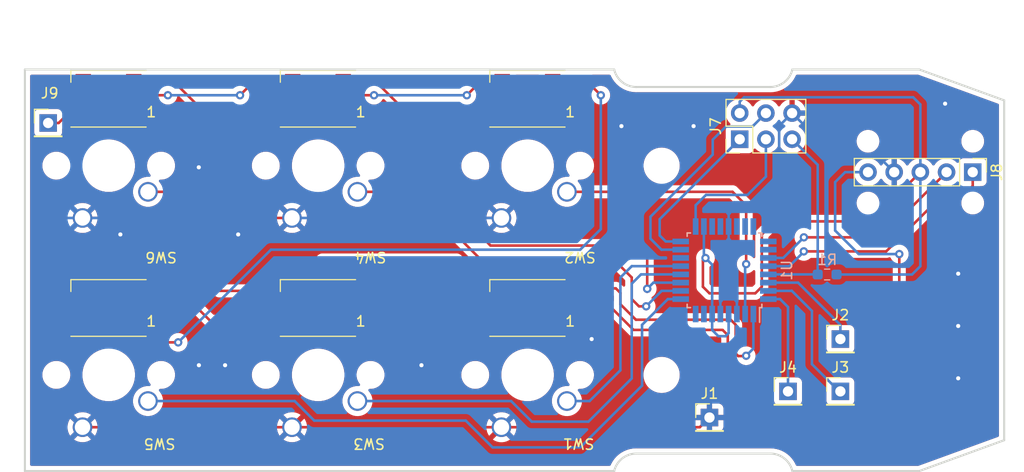
<source format=kicad_pcb>
(kicad_pcb (version 20211014) (generator pcbnew)
  (layers (0 "F.Cu" signal) (31 "B.Cu" signal) (34 "B.Paste" user) (35 "F.Paste" user) (36 "B.SilkS" user "B.Silkscreen") (37 "F.SilkS" user "F.Silkscreen") (38 "B.Mask" user) (39 "F.Mask" user) (44 "Edge.Cuts" user))
  (net 0 "")
  (net 1 "GND")
  (net 2 "Net-(J2-Pad1)")
  (net 3 "Net-(J3-Pad1)")
  (net 4 "Net-(J4-Pad1)")
  (net 5 "Net-(J7-Pad1)")
  (net 6 "+3.3V")
  (net 7 "Net-(J7-Pad3)")
  (net 8 "Net-(J7-Pad4)")
  (net 9 "/SCL")
  (net 10 "/SDA")
  (net 11 "Net-(J9-Pad1)")
  (net 12 "Net-(SW1-Pad1)")
  (net 13 "+5V")
  (net 14 "Net-(SW1-Pad4)")
  (net 15 "Net-(SW1-Pad6)")
  (net 16 "Net-(SW2-Pad1)")
  (net 17 "Net-(SW2-Pad4)")
  (net 18 "Net-(SW2-Pad6)")
  (net 19 "Net-(SW3-Pad1)")
  (net 20 "Net-(SW3-Pad4)")
  (net 21 "Net-(SW4-Pad1)")
  (net 22 "Net-(SW4-Pad4)")
  (net 23 "Net-(SW5-Pad1)")
  (net 24 "Net-(SW6-Pad1)")
  (net 35 "Net-(J7-Pad5)")
  (footprint "Connector_PinHeader_2.54mm:PinHeader_1x01_P2.54mm_Vertical" (layer "F.Cu") (at 137.16 111.76)
    (fp_text reference "J4" (at 0 -2.33) (layer "F.SilkS"))
    (fp_text value "Conn_01x01")
    (fp_line (start -1.33 1.27) (end 1.33 1.27) (layer "F.SilkS") (width 0.12))
    (fp_line (start 1.33 1.27) (end 1.33 1.33) (layer "F.SilkS") (width 0.12))
    (fp_line (start -1.33 1.27) (end -1.33 1.33) (layer "F.SilkS") (width 0.12))
    (fp_line (start -1.33 -1.33) (end 0 -1.33) (layer "F.SilkS") (width 0.12))
    (fp_line (start -1.33 0) (end -1.33 -1.33) (layer "F.SilkS") (width 0.12))
    (fp_line (start -1.33 1.33) (end 1.33 1.33) (layer "F.SilkS") (width 0.12))
    (pad "1" thru_hole rect (at 0 0) (size 1.7 1.7) (drill 1) (layers *.Cu *.Mask) (net 4 "Net-(J4-Pad1)"))
  )
  (footprint "yishii:CherryMX_1Pole_wLED_WS2812B" (layer "F.Cu") (at 71.26 89.84 180)
    (fp_text reference "SW6" (at -5.08 -8.89 180 unlocked) (layer "F.SilkS"))
    (fp_text value "CherryMX_1Pole_wLED")
    (fp_text user "1" (at -4.129927 5.204592) (layer "F.SilkS"))
    (fp_line (start 3.670073 9.25) (end 3.670073 8.1) (layer "F.SilkS") (width 0.12))
    (fp_line (start -3.629927 3.75) (end 3.670073 3.75) (layer "F.SilkS") (width 0.12))
    (fp_line (start -3.629927 9.25) (end 3.670073 9.25) (layer "F.SilkS") (width 0.12))
    (pad "" np_thru_hole circle (at -5.08 0 180) (size 1.7018 1.7018) (drill 1.7018) (layers F&B.Cu *.Mask))
    (pad "" np_thru_hole circle (at 5.08 0 180) (size 1.7018 1.7018) (drill 1.7018) (layers F&B.Cu *.Mask))
    (pad "" np_thru_hole circle (at 0 0 180) (size 4.0894 4.0894) (drill 4.0894) (layers F&B.Cu *.Mask))
    (pad "1" thru_hole circle (at -3.81 -2.54 180) (size 1.9 1.9) (drill 1.4986) (layers *.Cu *.Mask) (net 24 "Net-(SW6-Pad1)"))
    (pad "2" thru_hole circle (at 2.54 -5.08 180) (size 1.9 1.9) (drill 1.4986) (layers *.Cu *.Mask) (net 1 "GND"))
    (pad "3" smd rect (at 2.470073 8.404592 180) (size 1.5 1) (layers "F.Cu" "F.Paste" "F.Mask") (net 13 "+5V"))
    (pad "4" smd rect (at 2.470073 5.204592 180) (size 1.5 1) (layers "F.Cu" "F.Paste" "F.Mask") (net 11 "Net-(J9-Pad1)"))
    (pad "5" smd rect (at -2.429927 5.204592 180) (size 1.5 1) (layers "F.Cu" "F.Paste" "F.Mask") (net 1 "GND"))
    (pad "6" smd rect (at -2.429927 8.404592 180) (size 1.5 1) (layers "F.Cu" "F.Paste" "F.Mask") (net 22 "Net-(SW4-Pad4)"))
  )
  (footprint "yishii:CherryMX_1Pole_wLED_WS2812B" (layer "F.Cu") (at 111.9 110.16 180)
    (fp_text reference "SW1" (at -4.94 -6.68 180 unlocked) (layer "F.SilkS"))
    (fp_text value "CherryMX_1Pole_wLED")
    (fp_text user "1" (at -4.129927 5.204592) (layer "F.SilkS"))
    (fp_line (start -3.629927 3.75) (end 3.670073 3.75) (layer "F.SilkS") (width 0.12))
    (fp_line (start -3.629927 9.25) (end 3.670073 9.25) (layer "F.SilkS") (width 0.12))
    (fp_line (start 3.670073 9.25) (end 3.670073 8.1) (layer "F.SilkS") (width 0.12))
    (pad "" np_thru_hole circle (at 5.08 0 180) (size 1.7018 1.7018) (drill 1.7018) (layers F&B.Cu *.Mask))
    (pad "" np_thru_hole circle (at -5.08 0 180) (size 1.7018 1.7018) (drill 1.7018) (layers F&B.Cu *.Mask))
    (pad "" np_thru_hole circle (at 0 0 180) (size 4.0894 4.0894) (drill 4.0894) (layers F&B.Cu *.Mask))
    (pad "1" thru_hole circle (at -3.81 -2.54 180) (size 1.9 1.9) (drill 1.4986) (layers *.Cu *.Mask) (net 12 "Net-(SW1-Pad1)"))
    (pad "2" thru_hole circle (at 2.54 -5.08 180) (size 1.9 1.9) (drill 1.4986) (layers *.Cu *.Mask) (net 1 "GND"))
    (pad "3" smd rect (at 2.470073 8.404592 180) (size 1.5 1) (layers "F.Cu" "F.Paste" "F.Mask") (net 13 "+5V"))
    (pad "4" smd rect (at 2.470073 5.204592 180) (size 1.5 1) (layers "F.Cu" "F.Paste" "F.Mask") (net 14 "Net-(SW1-Pad4)"))
    (pad "5" smd rect (at -2.429927 5.204592 180) (size 1.5 1) (layers "F.Cu" "F.Paste" "F.Mask") (net 1 "GND"))
    (pad "6" smd rect (at -2.429927 8.404592 180) (size 1.5 1) (layers "F.Cu" "F.Paste" "F.Mask") (net 15 "Net-(SW1-Pad6)"))
  )
  (footprint "yishii:CherryMX_1Pole_wLED_WS2812B" (layer "F.Cu") (at 111.9 89.84 180)
    (fp_text reference "SW2" (at -5.08 -8.89 180 unlocked) (layer "F.SilkS"))
    (fp_text value "CherryMX_1Pole_wLED")
    (fp_text user "1" (at -4.129927 5.204592) (layer "F.SilkS"))
    (fp_line (start -3.629927 3.75) (end 3.670073 3.75) (layer "F.SilkS") (width 0.12))
    (fp_line (start 3.670073 9.25) (end 3.670073 8.1) (layer "F.SilkS") (width 0.12))
    (fp_line (start -3.629927 9.25) (end 3.670073 9.25) (layer "F.SilkS") (width 0.12))
    (pad "" np_thru_hole circle (at 5.08 0 180) (size 1.7018 1.7018) (drill 1.7018) (layers F&B.Cu *.Mask))
    (pad "" np_thru_hole circle (at 0 0 180) (size 4.0894 4.0894) (drill 4.0894) (layers F&B.Cu *.Mask))
    (pad "" np_thru_hole circle (at -5.08 0 180) (size 1.7018 1.7018) (drill 1.7018) (layers F&B.Cu *.Mask))
    (pad "1" thru_hole circle (at -3.81 -2.54 180) (size 1.9 1.9) (drill 1.4986) (layers *.Cu *.Mask) (net 16 "Net-(SW2-Pad1)"))
    (pad "2" thru_hole circle (at 2.54 -5.08 180) (size 1.9 1.9) (drill 1.4986) (layers *.Cu *.Mask) (net 1 "GND"))
    (pad "3" smd rect (at 2.470073 8.404592 180) (size 1.5 1) (layers "F.Cu" "F.Paste" "F.Mask") (net 13 "+5V"))
    (pad "4" smd rect (at 2.470073 5.204592 180) (size 1.5 1) (layers "F.Cu" "F.Paste" "F.Mask") (net 17 "Net-(SW2-Pad4)"))
    (pad "5" smd rect (at -2.429927 5.204592 180) (size 1.5 1) (layers "F.Cu" "F.Paste" "F.Mask") (net 1 "GND"))
    (pad "6" smd rect (at -2.429927 8.404592 180) (size 1.5 1) (layers "F.Cu" "F.Paste" "F.Mask") (net 18 "Net-(SW2-Pad6)"))
  )
  (footprint "yishii:hole_1.2mm" (layer "F.Cu") (at 155.448 94.742)
    (fp_text reference "REF**" hide)
    (fp_text value "hole_1.2mm")
    (pad "" np_thru_hole circle (at -0.368 -1.272) (size 1.2 1.2) (drill 1.2) (layers F&B.Cu *.Mask))
  )
  (footprint "MountingHole:MountingHole_2.5mm" (layer "F.Cu") (at 124.9 89.84)
    (fp_text reference "REF**" hide)
    (fp_text value "MountingHole_2.5mm")
    (pad "" np_thru_hole circle (at 0 0) (size 2.5 2.5) (drill 2.5) (layers *.Cu *.Mask))
  )
  (footprint "Connector_PinHeader_2.54mm:PinHeader_1x01_P2.54mm_Vertical" (layer "F.Cu") (at 65.386957 85.695698)
    (fp_text reference "J9" (at 0.145043 -2.891698) (layer "F.SilkS"))
    (fp_text value "Conn_01x01")
    (fp_line (start -1.33 1.27) (end -1.33 1.33) (layer "F.SilkS") (width 0.12))
    (fp_line (start -1.33 1.33) (end 1.33 1.33) (layer "F.SilkS") (width 0.12))
    (fp_line (start -1.33 -1.33) (end 0 -1.33) (layer "F.SilkS") (width 0.12))
    (fp_line (start -1.33 1.27) (end 1.33 1.27) (layer "F.SilkS") (width 0.12))
    (fp_line (start -1.33 0) (end -1.33 -1.33) (layer "F.SilkS") (width 0.12))
    (fp_line (start 1.33 1.27) (end 1.33 1.33) (layer "F.SilkS") (width 0.12))
    (pad "1" thru_hole rect (at 0 0) (size 1.7 1.7) (drill 1) (layers *.Cu *.Mask) (net 11 "Net-(J9-Pad1)"))
  )
  (footprint "Connector_PinHeader_2.54mm:PinHeader_1x01_P2.54mm_Vertical" (layer "F.Cu") (at 129.54 114.3)
    (fp_text reference "J1" (at 0 -2.33) (layer "F.SilkS"))
    (fp_text value "Conn_01x01")
    (fp_line (start -1.33 1.33) (end 1.33 1.33) (layer "F.SilkS") (width 0.12))
    (fp_line (start 1.33 1.27) (end 1.33 1.33) (layer "F.SilkS") (width 0.12))
    (fp_line (start -1.33 -1.33) (end 0 -1.33) (layer "F.SilkS") (width 0.12))
    (fp_line (start -1.33 1.27) (end -1.33 1.33) (layer "F.SilkS") (width 0.12))
    (fp_line (start -1.33 0) (end -1.33 -1.33) (layer "F.SilkS") (width 0.12))
    (fp_line (start -1.33 1.27) (end 1.33 1.27) (layer "F.SilkS") (width 0.12))
    (pad "1" thru_hole rect (at 0 0) (size 1.7 1.7) (drill 1) (layers *.Cu *.Mask) (net 1 "GND"))
  )
  (footprint "MountingHole:MountingHole_2.5mm" (layer "F.Cu") (at 124.9 110.16)
    (fp_text reference "REF**" hide)
    (fp_text value "MountingHole_2.5mm")
    (pad "" np_thru_hole circle (at 0 0) (size 2.5 2.5) (drill 2.5) (layers *.Cu *.Mask))
  )
  (footprint "Connector_PinHeader_2.54mm:PinHeader_2x03_P2.54mm_Vertical" (layer "F.Cu") (at 132.475 87.275 90)
    (fp_text reference "J7" (at 1.27 -2.33 90) (layer "F.SilkS"))
    (fp_text value "Conn_02x03_Odd_Even")
    (fp_line (start -1.33 6.41) (end 3.87 6.41) (layer "F.SilkS") (width 0.12))
    (fp_line (start 1.27 1.27) (end 1.27 -1.33) (layer "F.SilkS") (width 0.12))
    (fp_line (start -1.33 0) (end -1.33 -1.33) (layer "F.SilkS") (width 0.12))
    (fp_line (start 3.87 -1.33) (end 3.87 6.41) (layer "F.SilkS") (width 0.12))
    (fp_line (start -1.33 1.27) (end -1.33 6.41) (layer "F.SilkS") (width 0.12))
    (fp_line (start 1.27 -1.33) (end 3.87 -1.33) (layer "F.SilkS") (width 0.12))
    (fp_line (start -1.33 -1.33) (end 0 -1.33) (layer "F.SilkS") (width 0.12))
    (fp_line (start -1.33 1.27) (end 1.27 1.27) (layer "F.SilkS") (width 0.12))
    (pad "1" thru_hole rect (at 0 0 90) (size 1.7 1.7) (drill 1) (layers *.Cu *.Mask) (net 5 "Net-(J7-Pad1)"))
    (pad "2" thru_hole oval (at 2.54 0 90) (size 1.7 1.7) (drill 1) (layers *.Cu *.Mask) (net 6 "+3.3V"))
    (pad "3" thru_hole oval (at 0 2.54 90) (size 1.7 1.7) (drill 1) (layers *.Cu *.Mask) (net 7 "Net-(J7-Pad3)"))
    (pad "4" thru_hole oval (at 2.54 2.54 90) (size 1.7 1.7) (drill 1) (layers *.Cu *.Mask) (net 8 "Net-(J7-Pad4)"))
    (pad "5" thru_hole oval (at 0 5.08 90) (size 1.7 1.7) (drill 1) (layers *.Cu *.Mask) (net 35 "Net-(J7-Pad5)"))
    (pad "6" thru_hole oval (at 2.54 5.08 90) (size 1.7 1.7) (drill 1) (layers *.Cu *.Mask) (net 1 "GND"))
  )
  (footprint "Connector_PinHeader_2.54mm:PinHeader_1x05_P2.54mm_Vertical" (layer "F.Cu") (at 155.08 90.47 -90)
    (fp_text reference "J8" (at 0 -2.33 90) (layer "F.SilkS"))
    (fp_text value "Conn_01x05")
    (fp_line (start -1.33 -1.33) (end 0 -1.33) (layer "F.SilkS") (width 0.12))
    (fp_line (start -1.33 0) (end -1.33 -1.33) (layer "F.SilkS") (width 0.12))
    (fp_line (start -1.33 1.27) (end -1.33 11.49) (layer "F.SilkS") (width 0.12))
    (fp_line (start -1.33 11.49) (end 1.33 11.49) (layer "F.SilkS") (width 0.12))
    (fp_line (start -1.33 1.27) (end 1.33 1.27) (layer "F.SilkS") (width 0.12))
    (fp_line (start 1.33 1.27) (end 1.33 11.49) (layer "F.SilkS") (width 0.12))
    (pad "1" thru_hole rect (at 0 0 270) (size 1.7 1.7) (drill 1) (layers *.Cu *.Mask) (net 9 "/SCL"))
    (pad "2" thru_hole oval (at 0 2.54 270) (size 1.7 1.7) (drill 1) (layers *.Cu *.Mask) (net 10 "/SDA"))
    (pad "3" thru_hole oval (at 0 5.08 270) (size 1.7 1.7) (drill 1) (layers *.Cu *.Mask) (net 6 "+3.3V"))
    (pad "4" thru_hole oval (at 0 7.62 270) (size 1.7 1.7) (drill 1) (layers *.Cu *.Mask) (net 1 "GND"))
    (pad "5" thru_hole oval (at 0 10.16 270) (size 1.7 1.7) (drill 1) (layers *.Cu *.Mask) (net 13 "+5V"))
  )
  (footprint "yishii:hole_1.2mm" (layer "F.Cu") (at 154.686 86.487)
    (fp_text reference "REF**" hide)
    (fp_text value "hole_1.2mm")
    (pad "" np_thru_hole circle (at 0.394 0.983) (size 1.2 1.2) (drill 1.2) (layers F&B.Cu *.Mask))
  )
  (footprint "yishii:CherryMX_1Pole_wLED_WS2812B" (layer "F.Cu") (at 91.58 89.84 180)
    (fp_text reference "SW4" (at -5.08 -8.89 180 unlocked) (layer "F.SilkS"))
    (fp_text value "CherryMX_1Pole_wLED")
    (fp_text user "1" (at -4.129927 5.204592) (layer "F.SilkS"))
    (fp_line (start -3.629927 3.75) (end 3.670073 3.75) (layer "F.SilkS") (width 0.12))
    (fp_line (start -3.629927 9.25) (end 3.670073 9.25) (layer "F.SilkS") (width 0.12))
    (fp_line (start 3.670073 9.25) (end 3.670073 8.1) (layer "F.SilkS") (width 0.12))
    (pad "" np_thru_hole circle (at -5.08 0 180) (size 1.7018 1.7018) (drill 1.7018) (layers F&B.Cu *.Mask))
    (pad "" np_thru_hole circle (at 0 0 180) (size 4.0894 4.0894) (drill 4.0894) (layers F&B.Cu *.Mask))
    (pad "" np_thru_hole circle (at 5.08 0 180) (size 1.7018 1.7018) (drill 1.7018) (layers F&B.Cu *.Mask))
    (pad "1" thru_hole circle (at -3.81 -2.54 180) (size 1.9 1.9) (drill 1.4986) (layers *.Cu *.Mask) (net 21 "Net-(SW4-Pad1)"))
    (pad "2" thru_hole circle (at 2.54 -5.08 180) (size 1.9 1.9) (drill 1.4986) (layers *.Cu *.Mask) (net 1 "GND"))
    (pad "3" smd rect (at 2.470073 8.404592 180) (size 1.5 1) (layers "F.Cu" "F.Paste" "F.Mask") (net 13 "+5V"))
    (pad "4" smd rect (at 2.470073 5.204592 180) (size 1.5 1) (layers "F.Cu" "F.Paste" "F.Mask") (net 22 "Net-(SW4-Pad4)"))
    (pad "5" smd rect (at -2.429927 5.204592 180) (size 1.5 1) (layers "F.Cu" "F.Paste" "F.Mask") (net 1 "GND"))
    (pad "6" smd rect (at -2.429927 8.404592 180) (size 1.5 1) (layers "F.Cu" "F.Paste" "F.Mask") (net 17 "Net-(SW2-Pad4)"))
  )
  (footprint "Connector_PinHeader_2.54mm:PinHeader_1x01_P2.54mm_Vertical" (layer "F.Cu") (at 142.24 111.76)
    (fp_text reference "J3" (at 0 -2.33) (layer "F.SilkS"))
    (fp_text value "Conn_01x01")
    (fp_line (start 1.33 1.27) (end 1.33 1.33) (layer "F.SilkS") (width 0.12))
    (fp_line (start -1.33 0) (end -1.33 -1.33) (layer "F.SilkS") (width 0.12))
    (fp_line (start -1.33 1.27) (end -1.33 1.33) (layer "F.SilkS") (width 0.12))
    (fp_line (start -1.33 -1.33) (end 0 -1.33) (layer "F.SilkS") (width 0.12))
    (fp_line (start -1.33 1.27) (end 1.33 1.27) (layer "F.SilkS") (width 0.12))
    (fp_line (start -1.33 1.33) (end 1.33 1.33) (layer "F.SilkS") (width 0.12))
    (pad "1" thru_hole rect (at 0 0) (size 1.7 1.7) (drill 1) (layers *.Cu *.Mask) (net 3 "Net-(J3-Pad1)"))
  )
  (footprint "yishii:hole_1.2mm" (layer "F.Cu") (at 145.542 86.36)
    (fp_text reference "REF**" hide)
    (fp_text value "hole_1.2mm")
    (pad "" np_thru_hole circle (at -0.622 1.11) (size 1.2 1.2) (drill 1.2) (layers F&B.Cu *.Mask))
  )
  (footprint "Connector_PinHeader_2.54mm:PinHeader_1x01_P2.54mm_Vertical" (layer "F.Cu") (at 142.24 106.68)
    (fp_text reference "J2" (at 0 -2.33) (layer "F.SilkS"))
    (fp_text value "Conn_01x01")
    (fp_line (start -1.33 1.27) (end -1.33 1.33) (layer "F.SilkS") (width 0.12))
    (fp_line (start -1.33 1.33) (end 1.33 1.33) (layer "F.SilkS") (width 0.12))
    (fp_line (start -1.33 0) (end -1.33 -1.33) (layer "F.SilkS") (width 0.12))
    (fp_line (start -1.33 1.27) (end 1.33 1.27) (layer "F.SilkS") (width 0.12))
    (fp_line (start 1.33 1.27) (end 1.33 1.33) (layer "F.SilkS") (width 0.12))
    (fp_line (start -1.33 -1.33) (end 0 -1.33) (layer "F.SilkS") (width 0.12))
    (pad "1" thru_hole rect (at 0 0) (size 1.7 1.7) (drill 1) (layers *.Cu *.Mask) (net 2 "Net-(J2-Pad1)"))
  )
  (footprint "yishii:CherryMX_1Pole_wLED_WS2812B" (layer "F.Cu") (at 71.26 110.16 180)
    (fp_text reference "SW5" (at -4.94 -6.68 180 unlocked) (layer "F.SilkS"))
    (fp_text value "CherryMX_1Pole_wLED")
    (fp_text user "1" (at -4.129927 5.204592) (layer "F.SilkS"))
    (fp_line (start -3.629927 9.25) (end 3.670073 9.25) (layer "F.SilkS") (width 0.12))
    (fp_line (start 3.670073 9.25) (end 3.670073 8.1) (layer "F.SilkS") (width 0.12))
    (fp_line (start -3.629927 3.75) (end 3.670073 3.75) (layer "F.SilkS") (width 0.12))
    (pad "" np_thru_hole circle (at 5.08 0 180) (size 1.7018 1.7018) (drill 1.7018) (layers F&B.Cu *.Mask))
    (pad "" np_thru_hole circle (at 0 0 180) (size 4.0894 4.0894) (drill 4.0894) (layers F&B.Cu *.Mask))
    (pad "" np_thru_hole circle (at -5.08 0 180) (size 1.7018 1.7018) (drill 1.7018) (layers F&B.Cu *.Mask))
    (pad "1" thru_hole circle (at -3.81 -2.54 180) (size 1.9 1.9) (drill 1.4986) (layers *.Cu *.Mask) (net 23 "Net-(SW5-Pad1)"))
    (pad "2" thru_hole circle (at 2.54 -5.08 180) (size 1.9 1.9) (drill 1.4986) (layers *.Cu *.Mask) (net 1 "GND"))
    (pad "3" smd rect (at 2.470073 8.404592 180) (size 1.5 1) (layers "F.Cu" "F.Paste" "F.Mask") (net 13 "+5V"))
    (pad "4" smd rect (at 2.470073 5.204592 180) (size 1.5 1) (layers "F.Cu" "F.Paste" "F.Mask") (net 18 "Net-(SW2-Pad6)"))
    (pad "5" smd rect (at -2.429927 5.204592 180) (size 1.5 1) (layers "F.Cu" "F.Paste" "F.Mask") (net 1 "GND"))
    (pad "6" smd rect (at -2.429927 8.404592 180) (size 1.5 1) (layers "F.Cu" "F.Paste" "F.Mask") (net 20 "Net-(SW3-Pad4)"))
  )
  (footprint "yishii:CherryMX_1Pole_wLED_WS2812B" (layer "F.Cu") (at 91.58 110.16 180)
    (fp_text reference "SW3" (at -4.94 -6.68 180 unlocked) (layer "F.SilkS"))
    (fp_text value "CherryMX_1Pole_wLED")
    (fp_text user "1" (at -4.129927 5.204592) (layer "F.SilkS"))
    (fp_line (start -3.629927 9.25) (end 3.670073 9.25) (layer "F.SilkS") (width 0.12))
    (fp_line (start 3.670073 9.25) (end 3.670073 8.1) (layer "F.SilkS") (width 0.12))
    (fp_line (start -3.629927 3.75) (end 3.670073 3.75) (layer "F.SilkS") (width 0.12))
    (pad "" np_thru_hole circle (at -5.08 0 180) (size 1.7018 1.7018) (drill 1.7018) (layers F&B.Cu *.Mask))
    (pad "" np_thru_hole circle (at 0 0 180) (size 4.0894 4.0894) (drill 4.0894) (layers F&B.Cu *.Mask))
    (pad "" np_thru_hole circle (at 5.08 0 180) (size 1.7018 1.7018) (drill 1.7018) (layers F&B.Cu *.Mask))
    (pad "1" thru_hole circle (at -3.81 -2.54 180) (size 1.9 1.9) (drill 1.4986) (layers *.Cu *.Mask) (net 19 "Net-(SW3-Pad1)"))
    (pad "2" thru_hole circle (at 2.54 -5.08 180) (size 1.9 1.9) (drill 1.4986) (layers *.Cu *.Mask) (net 1 "GND"))
    (pad "3" smd rect (at 2.470073 8.404592 180) (size 1.5 1) (layers "F.Cu" "F.Paste" "F.Mask") (net 13 "+5V"))
    (pad "4" smd rect (at 2.470073 5.204592 180) (size 1.5 1) (layers "F.Cu" "F.Paste" "F.Mask") (net 20 "Net-(SW3-Pad4)"))
    (pad "5" smd rect (at -2.429927 5.204592 180) (size 1.5 1) (layers "F.Cu" "F.Paste" "F.Mask") (net 1 "GND"))
    (pad "6" smd rect (at -2.429927 8.404592 180) (size 1.5 1) (layers "F.Cu" "F.Paste" "F.Mask") (net 14 "Net-(SW1-Pad4)"))
  )
  (footprint "yishii:hole_1.2mm" (layer "F.Cu") (at 144.272 93.853)
    (fp_text reference "REF**" hide)
    (fp_text value "hole_1.2mm")
    (pad "" np_thru_hole circle (at 0.648 -0.383) (size 1.2 1.2) (drill 1.2) (layers F&B.Cu *.Mask))
  )
  (footprint "Resistor_SMD:R_0603_1608Metric_Pad0.98x0.95mm_HandSolder" (layer "B.Cu") (at 140.954894 100.411122 180)
    (fp_text reference "R1" (at 0 1.43) (layer "B.SilkS") (effects (justify mirror)))
    (fp_text value "10k")
    (fp_line (start -0.254724 -0.5225) (end 0.254724 -0.5225) (layer "B.SilkS") (width 0.12))
    (fp_line (start -0.254724 0.5225) (end 0.254724 0.5225) (layer "B.SilkS") (width 0.12))
    (pad "1" smd roundrect (at -0.9125 0 180) (size 0.975 0.95) (layers "B.Cu" "B.Paste" "B.Mask") (net 6 "+3.3V"))
    (pad "2" smd roundrect (at 0.9125 0 180) (size 0.975 0.95) (layers "B.Cu" "B.Paste" "B.Mask") (net 35 "Net-(J7-Pad5)"))
  )
  (footprint "Package_QFP:TQFP-32_7x7mm_P0.8mm" (layer "B.Cu") (at 131 100 90)
    (fp_text reference "U1" (at 0 6.05 90) (layer "B.SilkS") (effects (justify mirror)))
    (fp_text value "ATmega328P-A")
    (fp_line (start 3.625 -3.625) (end 3.3 -3.625) (layer "B.SilkS") (width 0.15))
    (fp_line (start -3.625 -3.625) (end -3.625 -3.3) (layer "B.SilkS") (width 0.15))
    (fp_line (start -3.625 3.625) (end -3.3 3.625) (layer "B.SilkS") (width 0.15))
    (fp_line (start 3.625 -3.625) (end 3.625 -3.3) (layer "B.SilkS") (width 0.15))
    (fp_line (start 3.625 3.625) (end 3.625 3.3) (layer "B.SilkS") (width 0.15))
    (fp_line (start -3.625 3.4) (end -5.05 3.4) (layer "B.SilkS") (width 0.15))
    (fp_line (start -3.625 3.625) (end -3.625 3.4) (layer "B.SilkS") (width 0.15))
    (fp_line (start -3.625 -3.625) (end -3.3 -3.625) (layer "B.SilkS") (width 0.15))
    (fp_line (start 3.625 3.625) (end 3.3 3.625) (layer "B.SilkS") (width 0.15))
    (pad "1" smd rect (at -4.25 2.8 90) (size 1.6 0.55) (layers "B.Cu" "B.Paste" "B.Mask") (net 15 "Net-(SW1-Pad6)"))
    (pad "2" smd rect (at -4.25 2 90) (size 1.6 0.55) (layers "B.Cu" "B.Paste" "B.Mask") (net 16 "Net-(SW2-Pad1)"))
    (pad "3" smd rect (at -4.25 1.2 90) (size 1.6 0.55) (layers "B.Cu" "B.Paste" "B.Mask") (net 1 "GND"))
    (pad "4" smd rect (at -4.25 0.4 90) (size 1.6 0.55) (layers "B.Cu" "B.Paste" "B.Mask") (net 6 "+3.3V"))
    (pad "5" smd rect (at -4.25 -0.4 90) (size 1.6 0.55) (layers "B.Cu" "B.Paste" "B.Mask") (net 1 "GND"))
    (pad "6" smd rect (at -4.25 -1.2 90) (size 1.6 0.55) (layers "B.Cu" "B.Paste" "B.Mask") (net 6 "+3.3V"))
    (pad "7" smd rect (at -4.25 -2 90) (size 1.6 0.55) (layers "B.Cu" "B.Paste" "B.Mask"))
    (pad "8" smd rect (at -4.25 -2.8 90) (size 1.6 0.55) (layers "B.Cu" "B.Paste" "B.Mask"))
    (pad "9" smd rect (at -2.8 -4.25) (size 1.6 0.55) (layers "B.Cu" "B.Paste" "B.Mask") (net 23 "Net-(SW5-Pad1)"))
    (pad "10" smd rect (at -2 -4.25) (size 1.6 0.55) (layers "B.Cu" "B.Paste" "B.Mask") (net 24 "Net-(SW6-Pad1)"))
    (pad "11" smd rect (at -1.2 -4.25) (size 1.6 0.55) (layers "B.Cu" "B.Paste" "B.Mask") (net 21 "Net-(SW4-Pad1)"))
    (pad "12" smd rect (at -0.4 -4.25) (size 1.6 0.55) (layers "B.Cu" "B.Paste" "B.Mask") (net 19 "Net-(SW3-Pad1)"))
    (pad "13" smd rect (at 0.4 -4.25) (size 1.6 0.55) (layers "B.Cu" "B.Paste" "B.Mask") (net 12 "Net-(SW1-Pad1)"))
    (pad "14" smd rect (at 1.2 -4.25) (size 1.6 0.55) (layers "B.Cu" "B.Paste" "B.Mask"))
    (pad "15" smd rect (at 2 -4.25) (size 1.6 0.55) (layers "B.Cu" "B.Paste" "B.Mask") (net 8 "Net-(J7-Pad4)"))
    (pad "16" smd rect (at 2.8 -4.25) (size 1.6 0.55) (layers "B.Cu" "B.Paste" "B.Mask") (net 5 "Net-(J7-Pad1)"))
    (pad "17" smd rect (at 4.25 -2.8 90) (size 1.6 0.55) (layers "B.Cu" "B.Paste" "B.Mask") (net 7 "Net-(J7-Pad3)"))
    (pad "18" smd rect (at 4.25 -2 90) (size 1.6 0.55) (layers "B.Cu" "B.Paste" "B.Mask") (net 6 "+3.3V"))
    (pad "19" smd rect (at 4.25 -1.2 90) (size 1.6 0.55) (layers "B.Cu" "B.Paste" "B.Mask"))
    (pad "20" smd rect (at 4.25 -0.4 90) (size 1.6 0.55) (layers "B.Cu" "B.Paste" "B.Mask"))
    (pad "21" smd rect (at 4.25 0.4 90) (size 1.6 0.55) (layers "B.Cu" "B.Paste" "B.Mask") (net 1 "GND"))
    (pad "22" smd rect (at 4.25 1.2 90) (size 1.6 0.55) (layers "B.Cu" "B.Paste" "B.Mask"))
    (pad "23" smd rect (at 4.25 2 90) (size 1.6 0.55) (layers "B.Cu" "B.Paste" "B.Mask"))
    (pad "24" smd rect (at 4.25 2.8 90) (size 1.6 0.55) (layers "B.Cu" "B.Paste" "B.Mask"))
    (pad "25" smd rect (at 2.8 4.25) (size 1.6 0.55) (layers "B.Cu" "B.Paste" "B.Mask"))
    (pad "26" smd rect (at 2 4.25) (size 1.6 0.55) (layers "B.Cu" "B.Paste" "B.Mask"))
    (pad "27" smd rect (at 1.2 4.25) (size 1.6 0.55) (layers "B.Cu" "B.Paste" "B.Mask") (net 10 "/SDA"))
    (pad "28" smd rect (at 0.4 4.25) (size 1.6 0.55) (layers "B.Cu" "B.Paste" "B.Mask") (net 9 "/SCL"))
    (pad "29" smd rect (at -0.4 4.25) (size 1.6 0.55) (layers "B.Cu" "B.Paste" "B.Mask") (net 35 "Net-(J7-Pad5)"))
    (pad "30" smd rect (at -1.2 4.25) (size 1.6 0.55) (layers "B.Cu" "B.Paste" "B.Mask") (net 2 "Net-(J2-Pad1)"))
    (pad "31" smd rect (at -2 4.25) (size 1.6 0.55) (layers "B.Cu" "B.Paste" "B.Mask") (net 3 "Net-(J3-Pad1)"))
    (pad "32" smd rect (at -2.8 4.25) (size 1.6 0.55) (layers "B.Cu" "B.Paste" "B.Mask") (net 4 "Net-(J4-Pad1)"))
  )
  (gr_line (start 158.13 83.5) (end 149.887568 80.5) (layer "Edge.Cuts") (width 0.2))
  (gr_line (start 149.887568 80.5) (end 137.582429 80.5) (layer "Edge.Cuts") (width 0.2))
  (gr_arc (start 137.582429 80.5) (mid 136.80748 81.723369) (end 135.44 82.2) (layer "Edge.Cuts") (width 0.2))
  (gr_line (start 120.297571 80.5) (end 63.13 80.5) (layer "Edge.Cuts") (width 0.2))
  (gr_line (start 158.13 116.5) (end 158.13 83.5) (layer "Edge.Cuts") (width 0.2))
  (gr_line (start 63.13 119.5) (end 120.297571 119.5) (layer "Edge.Cuts") (width 0.2))
  (gr_arc (start 135.44 117.8) (mid 136.807479 118.276631) (end 137.582429 119.5) (layer "Edge.Cuts") (width 0.2))
  (gr_line (start 122.44 117.8) (end 135.44 117.8) (layer "Edge.Cuts") (width 0.2))
  (gr_line (start 137.582429 119.5) (end 149.887568 119.5) (layer "Edge.Cuts") (width 0.2))
  (gr_arc (start 122.44 82.2) (mid 121.072521 81.723369) (end 120.297571 80.5) (layer "Edge.Cuts") (width 0.2))
  (gr_line (start 135.44 82.2) (end 122.44 82.2) (layer "Edge.Cuts") (width 0.2))
  (gr_arc (start 120.297571 119.5) (mid 121.07252 118.276631) (end 122.44 117.8) (layer "Edge.Cuts") (width 0.2))
  (gr_line (start 63.13 80.5) (end 63.13 119.5) (layer "Edge.Cuts") (width 0.2))
  (gr_line (start 149.887568 119.5) (end 158.13 116.5) (layer "Edge.Cuts") (width 0.2))
  (segment (start 115.955408 104.955408) (end 119 108) (width 0.25) (layer "F.Cu") (net 1))
  (segment (start 94.009927 104.990073) (end 94.009927 104.955408) (width 0.25) (layer "F.Cu") (net 1))
  (segment (start 112.964592 84.635408) (end 111 86.6) (width 0.25) (layer "F.Cu") (net 1))
  (segment (start 137.555 83.455) (end 137.555 84.735) (width 0.25) (layer "F.Cu") (net 1))
  (segment (start 114.329927 104.955408) (end 115.955408 104.955408) (width 0.25) (layer "F.Cu") (net 1))
  (segment (start 128.764592 84.635408) (end 130.4 83) (width 0.25) (layer "F.Cu") (net 1))
  (segment (start 92.464592 84.635408) (end 94.009927 84.635408) (width 0.25) (layer "F.Cu") (net 1))
  (segment (start 97.335408 84.635408) (end 99.25 86.55) (width 0.25) (layer "F.Cu") (net 1))
  (segment (start 99.25 86.55) (end 107.62 94.92) (width 0.25) (layer "F.Cu") (net 1))
  (segment (start 119 108) (end 119 114) (width 0.25) (layer "F.Cu") (net 1))
  (segment (start 92 107) (end 94.009927 104.990073) (width 0.25) (layer "F.Cu") (net 1))
  (segment (start 114.329927 84.635408) (end 128.764592 84.635408) (width 0.25) (layer "F.Cu") (net 1))
  (segment (start 94.009927 84.635408) (end 97.335408 84.635408) (width 0.25) (layer "F.Cu") (net 1))
  (segment (start 73.689927 104.955408) (end 77.955408 104.955408) (width 0.25) (layer "F.Cu") (net 1))
  (segment (start 111 86.6) (end 99.3 86.6) (width 0.25) (layer "F.Cu") (net 1))
  (segment (start 107.62 94.92) (end 109.36 94.92) (width 0.25) (layer "F.Cu") (net 1))
  (segment (start 73.689927 84.635408) (end 76.735408 84.635408) (width 0.25) (layer "F.Cu") (net 1))
  (segment (start 111 107) (end 96.054519 107) (width 0.25) (layer "F.Cu") (net 1))
  (segment (start 119 114) (end 120.24 115.24) (width 0.25) (layer "F.Cu") (net 1))
  (segment (start 109.36 115.24) (end 89.04 115.24) (width 0.25) (layer "F.Cu") (net 1))
  (segment (start 114.329927 84.635408) (end 112.964592 84.635408) (width 0.25) (layer "F.Cu") (net 1))
  (segment (start 80 107) (end 92 107) (width 0.25) (layer "F.Cu") (net 1))
  (segment (start 120.24 115.24) (end 128.6 115.24) (width 0.25) (layer "F.Cu") (net 1))
  (segment (start 114.329927 104.955408) (end 113.044592 104.955408) (width 0.25) (layer "F.Cu") (net 1))
  (segment (start 80 90) (end 83 87) (width 0.25) (layer "F.Cu") (net 1))
  (segment (start 113.044592 104.955408) (end 111 107) (width 0.25) (layer "F.Cu") (net 1))
  (segment (start 76.735408 84.635408) (end 79.1 87) (width 0.25) (layer "F.Cu") (net 1))
  (segment (start 90.1 87) (end 92.464592 84.635408) (width 0.25) (layer "F.Cu") (net 1))
  (segment (start 83 87) (end 90.1 87) (width 0.25) (layer "F.Cu") (net 1))
  (segment (start 137.1 83) (end 137.555 83.455) (width 0.25) (layer "F.Cu") (net 1))
  (segment (start 77.955408 104.955408) (end 80 107) (width 0.25) (layer "F.Cu") (net 1))
  (segment (start 68.72 115.24) (end 89.04 115.24) (width 0.25) (layer "F.Cu") (net 1))
  (segment (start 130.4 83) (end 137.1 83) (width 0.25) (layer "F.Cu") (net 1))
  (segment (start 128.6 115.24) (end 129.54 114.3) (width 0.25) (layer "F.Cu") (net 1))
  (segment (start 79.1 87) (end 90.1 87) (width 0.25) (layer "F.Cu") (net 1))
  (segment (start 109.36 115.24) (end 120.24 115.24) (width 0.25) (layer "F.Cu") (net 1))
  (segment (start 68.72 94.92) (end 89.04 94.92) (width 0.25) (layer "F.Cu") (net 1))
  (segment (start 99.3 86.6) (end 99.25 86.55) (width 0.25) (layer "F.Cu") (net 1))
  (segment (start 96.054519 107) (end 94.009927 104.955408) (width 0.25) (layer "F.Cu") (net 1))
  (via (at 80 90) (size 0.8) (drill 0.4) (layers "F.Cu" "B.Cu") (net 1))
  (via (at 80.01 109.22) (size 0.8) (drill 0.4) (layers "F.Cu" "B.Cu") (net 1))
  (via (at 101.6 109.22) (size 0.8) (drill 0.4) (layers "F.Cu" "B.Cu") (net 1))
  (via (at 118.11 106.68) (size 0.8) (drill 0.4) (layers "F.Cu" "B.Cu") (net 1))
  (via (at 72.39 96.52) (size 0.8) (drill 0.4) (layers "F.Cu" "B.Cu") (net 1))
  (via (at 121 86) (size 0.8) (drill 0.4) (layers "F.Cu" "B.Cu") (net 1))
  (via (at 153.67 110.49) (size 0.8) (drill 0.4) (layers "F.Cu" "B.Cu") (net 1))
  (via (at 128 86) (size 0.8) (drill 0.4) (layers "F.Cu" "B.Cu") (net 1))
  (via (at 153.67 105.41) (size 0.8) (drill 0.4) (layers "F.Cu" "B.Cu") (net 1))
  (via (at 83.82 96.52) (size 0.8) (drill 0.4) (layers "F.Cu" "B.Cu") (net 1))
  (via (at 152.4 83.82) (size 0.8) (drill 0.4) (layers "F.Cu" "B.Cu") (net 1))
  (via (at 82.55 109.22) (size 0.8) (drill 0.4) (layers "F.Cu" "B.Cu") (net 1))
  (via (at 153.67 100.33) (size 0.8) (drill 0.4) (layers "F.Cu" "B.Cu") (net 1))
  (segment (start 131.4 95.75) (end 131.4 93.9) (width 0.25) (layer "B.Cu") (net 1))
  (segment (start 64 110.52) (end 64 97) (width 0.25) (layer "B.Cu") (net 1))
  (segment (start 75.08 94.92) (end 80 90) (width 0.25) (layer "B.Cu") (net 1))
  (segment (start 68.72 115.24) (end 64 110.52) (width 0.25) (layer "B.Cu") (net 1))
  (segment (start 131.4 95.75) (end 131.4 99.7) (width 0.25) (layer "B.Cu") (net 1))
  (segment (start 132.2 100.5) (end 132.2 104.25) (width 0.25) (layer "B.Cu") (net 1))
  (segment (start 137.555 84.735) (end 141.545928 88.725928) (width 0.25) (layer "B.Cu") (net 1))
  (segment (start 131.4 93.9) (end 131.9 93.4) (width 0.25) (layer "B.Cu") (net 1))
  (segment (start 145.715928 88.725928) (end 147.46 90.47) (width 0.25) (layer "B.Cu") (net 1))
  (segment (start 141.545928 88.725928) (end 145.715928 88.725928) (width 0.25) (layer "B.Cu") (net 1))
  (segment (start 135.8 88.7) (end 136.3 88.2) (width 0.25) (layer "B.Cu") (net 1))
  (segment (start 136.3 88.2) (end 136.3 85.99) (width 0.25) (layer "B.Cu") (net 1))
  (segment (start 64 97) (end 66.08 94.92) (width 0.25) (layer "B.Cu") (net 1))
  (segment (start 133.5 93.4) (end 135.8 91.1) (width 0.25) (layer "B.Cu") (net 1))
  (segment (start 131.4 99.7) (end 132.2 100.5) (width 0.25) (layer "B.Cu") (net 1))
  (segment (start 89.04 94.92) (end 109.36 94.92) (width 0.25) (layer "B.Cu") (net 1))
  (segment (start 68.72 94.92) (end 75.08 94.92) (width 0.25) (layer "B.Cu") (net 1))
  (segment (start 130.6 104.25) (end 130.6 100.5) (width 0.25) (layer "B.Cu") (net 1))
  (segment (start 66.08 94.92) (end 68.72 94.92) (width 0.25) (layer "B.Cu") (net 1))
  (segment (start 131.9 93.4) (end 133.5 93.4) (width 0.25) (layer "B.Cu") (net 1))
  (segment (start 135.8 91.1) (end 135.8 88.7) (width 0.25) (layer "B.Cu") (net 1))
  (segment (start 130.6 100.5) (end 131.4 99.7) (width 0.25) (layer "B.Cu") (net 1))
  (segment (start 136.3 85.99) (end 137.555 84.735) (width 0.25) (layer "B.Cu") (net 1))
  (segment (start 142.24 106.68) (end 142.24 105.305343) (width 0.25) (layer "B.Cu") (net 2))
  (segment (start 138.134657 101.2) (end 135.25 101.2) (width 0.25) (layer "B.Cu") (net 2))
  (segment (start 142.24 105.305343) (end 138.134657 101.2) (width 0.25) (layer "B.Cu") (net 2))
  (segment (start 139.480442 103.947575) (end 137.521314 101.988447) (width 0.25) (layer "B.Cu") (net 3))
  (segment (start 137.521314 101.988447) (end 137.509761 102) (width 0.25) (layer "B.Cu") (net 3))
  (segment (start 137.509761 102) (end 135.25 102) (width 0.25) (layer "B.Cu") (net 3))
  (segment (start 142.124824 111.76) (end 139.480442 109.115618) (width 0.25) (layer "B.Cu") (net 3))
  (segment (start 142.24 111.76) (end 142.124824 111.76) (width 0.25) (layer "B.Cu") (net 3))
  (segment (start 139.480442 109.115618) (end 139.480442 103.947575) (width 0.25) (layer "B.Cu") (net 3))
  (segment (start 136.390629 102.8) (end 135.25 102.8) (width 0.25) (layer "B.Cu") (net 4))
  (segment (start 137.16 111.76) (end 137.16 103.569371) (width 0.25) (layer "B.Cu") (net 4))
  (segment (start 137.16 103.569371) (end 136.390629 102.8) (width 0.25) (layer "B.Cu") (net 4))
  (segment (start 124.710077 95.039923) (end 124.710077 96.612657) (width 0.25) (layer "B.Cu") (net 5))
  (segment (start 132.475 87.275) (end 124.710077 95.039923) (width 0.25) (layer "B.Cu") (net 5))
  (segment (start 125.29742 97.2) (end 126.75 97.2) (width 0.25) (layer "B.Cu") (net 5))
  (segment (start 124.710077 96.612657) (end 125.29742 97.2) (width 0.25) (layer "B.Cu") (net 5))
  (segment (start 134.62 101.6) (end 133.985 102.235) (width 0.25) (layer "F.Cu") (net 6))
  (segment (start 128.905 99.06) (end 129.154668 98.810332) (width 0.25) (layer "F.Cu") (net 6))
  (segment (start 135.89 95.25) (end 134.62 96.52) (width 0.25) (layer "F.Cu") (net 6))
  (segment (start 128.905 101.6) (end 128.905 99.06) (width 0.25) (layer "F.Cu") (net 6))
  (segment (start 134.62 96.52) (end 134.62 101.6) (width 0.25) (layer "F.Cu") (net 6))
  (segment (start 145.22 95.25) (end 135.89 95.25) (width 0.25) (layer "F.Cu") (net 6))
  (segment (start 150 90.47) (end 145.22 95.25) (width 0.25) (layer "F.Cu") (net 6))
  (segment (start 129.54 102.235) (end 128.905 101.6) (width 0.25) (layer "F.Cu") (net 6))
  (segment (start 133.985 102.235) (end 129.54 102.235) (width 0.25) (layer "F.Cu") (net 6))
  (via (at 129.154668 98.810332) (size 0.8) (drill 0.4) (layers "F.Cu" "B.Cu") (net 6))
  (segment (start 129.8 104.25) (end 129.8 105.8) (width 0.25) (layer "B.Cu") (net 6))
  (segment (start 149.188878 100.411122) (end 150 99.6) (width 0.25) (layer "B.Cu") (net 6))
  (segment (start 130.4 106.4) (end 131.1 106.4) (width 0.25) (layer "B.Cu") (net 6))
  (segment (start 131.1 106.4) (end 131.4 106.1) (width 0.25) (layer "B.Cu") (net 6))
  (segment (start 129.8 99.455664) (end 129.154668 98.810332) (width 0.25) (layer "B.Cu") (net 6))
  (segment (start 129.8 105.8) (end 130.4 106.4) (width 0.25) (layer "B.Cu") (net 6))
  (segment (start 132.9 83.2) (end 132.475 83.625) (width 0.25) (layer "B.Cu") (net 6))
  (segment (start 141.867394 100.411122) (end 149.188878 100.411122) (width 0.25) (layer "B.Cu") (net 6))
  (segment (start 129.8 104.25) (end 129.8 99.455664) (width 0.25) (layer "B.Cu") (net 6))
  (segment (start 150 83.9) (end 149.3 83.2) (width 0.25) (layer "B.Cu") (net 6))
  (segment (start 149.3 83.2) (end 132.9 83.2) (width 0.25) (layer "B.Cu") (net 6))
  (segment (start 129.154668 98.810332) (end 129 98.655664) (width 0.25) (layer "B.Cu") (net 6))
  (segment (start 131.4 106.1) (end 131.4 104.25) (width 0.25) (layer "B.Cu") (net 6))
  (segment (start 132.475 83.625) (end 132.475 84.735) (width 0.25) (layer "B.Cu") (net 6))
  (segment (start 129 98.655664) (end 129 95.75) (width 0.25) (layer "B.Cu") (net 6))
  (segment (start 150 99.6) (end 150 90.47) (width 0.25) (layer "B.Cu") (net 6))
  (segment (start 150 90.47) (end 150 83.9) (width 0.25) (layer "B.Cu") (net 6))
  (segment (start 135.015 87.275) (end 135.015 90.898395) (width 0.25) (layer "B.Cu") (net 7))
  (segment (start 133.232052 92.681343) (end 129.204018 92.681343) (width 0.25) (layer "B.Cu") (net 7))
  (segment (start 129.204018 92.681343) (end 128.2 93.685361) (width 0.25) (layer "B.Cu") (net 7))
  (segment (start 135.015 90.898395) (end 133.232052 92.681343) (width 0.25) (layer "B.Cu") (net 7))
  (segment (start 128.2 93.685361) (end 128.2 95.75) (width 0.25) (layer "B.Cu") (net 7))
  (segment (start 123.817355 96.932843) (end 124.884512 98) (width 0.25) (layer "B.Cu") (net 8))
  (segment (start 131.14086 86.033478) (end 129.857293 87.317045) (width 0.25) (layer "B.Cu") (net 8))
  (segment (start 133.716522 86.033478) (end 131.14086 86.033478) (width 0.25) (layer "B.Cu") (net 8))
  (segment (start 129.857293 87.317045) (end 129.857293 88.761134) (width 0.25) (layer "B.Cu") (net 8))
  (segment (start 123.817355 94.801072) (end 123.817355 96.932843) (width 0.25) (layer "B.Cu") (net 8))
  (segment (start 124.884512 98) (end 126.75 98) (width 0.25) (layer "B.Cu") (net 8))
  (segment (start 135.015 84.735) (end 133.716522 86.033478) (width 0.25) (layer "B.Cu") (net 8))
  (segment (start 129.857293 88.761134) (end 123.817355 94.801072) (width 0.25) (layer "B.Cu") (net 8))
  (segment (start 154.622139 92.27186) (end 155.08 91.813999) (width 0.25) (layer "F.Cu") (net 9))
  (segment (start 155.08 91.813999) (end 155.08 90.47) (width 0.25) (layer "F.Cu") (net 9))
  (segment (start 146.688048 98.164255) (end 152.580443 92.27186) (width 0.25) (layer "F.Cu") (net 9))
  (segment (start 138.692105 98.164255) (end 146.688048 98.164255) (width 0.25) (layer "F.Cu") (net 9))
  (segment (start 152.580443 92.27186) (end 154.622139 92.27186) (width 0.25) (layer "F.Cu") (net 9))
  (via (at 138.692105 98.164255) (size 0.8) (drill 0.4) (layers "F.Cu" "B.Cu") (net 9))
  (segment (start 138.714624 98.179268) (end 138.707118 98.179268) (width 0.25) (layer "B.Cu") (net 9))
  (segment (start 137.293892 99.6) (end 138.714624 98.179268) (width 0.25) (layer "B.Cu") (net 9))
  (segment (start 138.707118 98.179268) (end 138.692105 98.164255) (width 0.25) (layer "B.Cu") (net 9))
  (segment (start 135.25 99.6) (end 137.293892 99.6) (width 0.25) (layer "B.Cu") (net 9))
  (segment (start 146.21 96.8) (end 152.54 90.47) (width 0.25) (layer "F.Cu") (net 10))
  (segment (start 138.7 96.8) (end 146.21 96.8) (width 0.25) (layer "F.Cu") (net 10))
  (via (at 138.7 96.8) (size 0.8) (drill 0.4) (layers "F.Cu" "B.Cu") (net 10))
  (segment (start 136.7 98.8) (end 138.7 96.8) (width 0.25) (layer "B.Cu") (net 10))
  (segment (start 135.25 98.8) (end 136.7 98.8) (width 0.25) (layer "B.Cu") (net 10))
  (segment (start 67.464592 84.635408) (end 68.789927 84.635408) (width 0.25) (layer "F.Cu") (net 11))
  (segment (start 66.404302 85.695698) (end 67.464592 84.635408) (width 0.25) (layer "F.Cu") (net 11))
  (segment (start 65.386957 85.695698) (end 66.404302 85.695698) (width 0.25) (layer "F.Cu") (net 11))
  (segment (start 120.9 109.707371) (end 120.9 100.7) (width 0.25) (layer "B.Cu") (net 12))
  (segment (start 115.71 112.7) (end 117.907371 112.7) (width 0.25) (layer "B.Cu") (net 12))
  (segment (start 120.9 100.7) (end 122 99.6) (width 0.25) (layer "B.Cu") (net 12))
  (segment (start 122 99.6) (end 126.75 99.6) (width 0.25) (layer "B.Cu") (net 12))
  (segment (start 117.907371 112.7) (end 120.9 109.707371) (width 0.25) (layer "B.Cu") (net 12))
  (segment (start 145.5 115.9) (end 147.5 113.9) (width 0.25) (layer "F.Cu") (net 13))
  (segment (start 68.789927 100.789927) (end 68.789927 101.755408) (width 0.25) (layer "F.Cu") (net 13))
  (segment (start 68.789927 81.435408) (end 69.435408 81.435408) (width 0.25) (layer "F.Cu") (net 13))
  (segment (start 67 99) (end 68.789927 100.789927) (width 0.25) (layer "F.Cu") (net 13))
  (segment (start 71 83) (end 71 86) (width 0.25) (layer "F.Cu") (net 13))
  (segment (start 89.244592 101.755408) (end 92 99) (width 0.25) (layer "F.Cu") (net 13))
  (segment (start 133.8 114.9) (end 134.8 115.9) (width 0.25) (layer "F.Cu") (net 13))
  (segment (start 68.789927 101.755408) (end 68.789927 101.210073) (width 0.25) (layer "F.Cu") (net 13))
  (segment (start 90.674519 83) (end 89.109927 81.435408) (width 0.25) (layer "F.Cu") (net 13))
  (segment (start 68.789927 101.210073) (end 71 99) (width 0.25) (layer "F.Cu") (net 13))
  (segment (start 130.81 105.791) (end 131.318 106.299) (width 0.25) (layer "F.Cu") (net 13))
  (segment (start 131.644 109.8) (end 131.7 109.8) (width 0.25) (layer "F.Cu") (net 13))
  (segment (start 92 99) (end 105 99) (width 0.25) (layer "F.Cu") (net 13))
  (segment (start 89.109927 101.755408) (end 89.244592 101.755408) (width 0.25) (layer "F.Cu") (net 13))
  (segment (start 97 83) (end 90.674519 83) (width 0.25) (layer "F.Cu") (net 13))
  (segment (start 111.9 103.7) (end 120.1 103.7) (width 0.25) (layer "F.Cu") (net 13))
  (segment (start 147.955 106.445) (end 147.955 98.425) (width 0.25) (layer "F.Cu") (net 13))
  (segment (start 109.429927 81.435408) (end 107.564592 81.435408) (width 0.25) (layer "F.Cu") (net 13))
  (segment (start 71 86) (end 68 89) (width 0.25) (layer "F.Cu") (net 13))
  (segment (start 85.564592 81.435408) (end 89.109927 81.435408) (width 0.25) (layer "F.Cu") (net 13))
  (segment (start 133.8 111.9) (end 133.8 114.9) (width 0.25) (layer "F.Cu") (net 13))
  (segment (start 131.7 109.8) (end 133.8 111.9) (width 0.25) (layer "F.Cu") (net 13))
  (segment (start 120.1 103.717) (end 122.174 105.791) (width 0.25) (layer "F.Cu") (net 13))
  (segment (start 67 93) (end 67 99) (width 0.25) (layer "F.Cu") (net 13))
  (segment (start 122.174 105.791) (end 130.81 105.791) (width 0.25) (layer "F.Cu") (net 13))
  (segment (start 131.318 106.299) (end 131.318 109.474) (width 0.25) (layer "F.Cu") (net 13))
  (segment (start 109.955408 101.755408) (end 111.9 103.7) (width 0.25) (layer "F.Cu") (net 13))
  (segment (start 147.5 113.9) (end 147.5 106.9) (width 0.25) (layer "F.Cu") (net 13))
  (segment (start 147.5 106.9) (end 147.955 106.445) (width 0.25) (layer "F.Cu") (net 13))
  (segment (start 68 89) (end 68 92) (width 0.25) (layer "F.Cu") (net 13))
  (segment (start 71 99) (end 79 99) (width 0.25) (layer "F.Cu") (net 13))
  (segment (start 120.1 103.7) (end 120.1 103.717) (width 0.25) (layer "F.Cu") (net 13))
  (segment (start 107.755408 101.755408) (end 109.429927 101.755408) (width 0.25) (layer "F.Cu") (net 13))
  (segment (start 134.8 115.9) (end 145.5 115.9) (width 0.25) (layer "F.Cu") (net 13))
  (segment (start 69.435408 81.435408) (end 71 83) (width 0.25) (layer "F.Cu") (net 13))
  (segment (start 109.429927 101.755408) (end 109.955408 101.755408) (width 0.25) (layer "F.Cu") (net 13))
  (segment (start 84 83) (end 85.564592 81.435408) (width 0.25) (layer "F.Cu") (net 13))
  (segment (start 88.865335 102) (end 89.109927 101.755408) (width 0.25) (layer "F.Cu") (net 13))
  (segment (start 71 83) (end 77 83) (width 0.25) (layer "F.Cu") (net 13))
  (segment (start 107.564592 81.435408) (end 106 83) (width 0.25) (layer "F.Cu") (net 13))
  (segment (start 68 92) (end 67 93) (width 0.25) (layer "F.Cu") (net 13))
  (segment (start 131.318 109.474) (end 131.644 109.8) (width 0.25) (layer "F.Cu") (net 13))
  (segment (start 105 99) (end 107.755408 101.755408) (width 0.25) (layer "F.Cu") (net 13))
  (segment (start 79 99) (end 82 102) (width 0.25) (layer "F.Cu") (net 13))
  (segment (start 82 102) (end 88.865335 102) (width 0.25) (layer "F.Cu") (net 13))
  (via (at 106 83) (size 0.8) (drill 0.4) (layers "F.Cu" "B.Cu") (net 13))
  (via (at 97 83) (size 0.8) (drill 0.4) (layers "F.Cu" "B.Cu") (net 13))
  (via (at 84 83) (size 0.8) (drill 0.4) (layers "F.Cu" "B.Cu") (net 13))
  (via (at 77 83) (size 0.8) (drill 0.4) (layers "F.Cu" "B.Cu") (net 13))
  (via (at 147.955 98.425) (size 0.8) (drill 0.4) (layers "F.Cu" "B.Cu") (net 13))
  (segment (start 77 83) (end 84 83) (width 0.25) (layer "B.Cu") (net 13))
  (segment (start 147.955 98.425) (end 144.018 98.425) (width 0.25) (layer "B.Cu") (net 13))
  (segment (start 141.732 96.139) (end 141.732 91.44) (width 0.25) (layer "B.Cu") (net 13))
  (segment (start 106 83) (end 97 83) (width 0.25) (layer "B.Cu") (net 13))
  (segment (start 144.018 98.425) (end 141.732 96.139) (width 0.25) (layer "B.Cu") (net 13))
  (segment (start 142.702 90.47) (end 144.92 90.47) (width 0.25) (layer "B.Cu") (net 13))
  (segment (start 141.732 91.44) (end 142.702 90.47) (width 0.25) (layer "B.Cu") (net 13))
  (segment (start 97.755408 101.755408) (end 94.009927 101.755408) (width 0.25) (layer "F.Cu") (net 14))
  (segment (start 100.955408 104.955408) (end 97.755408 101.755408) (width 0.25) (layer "F.Cu") (net 14))
  (segment (start 109.429927 104.955408) (end 100.955408 104.955408) (width 0.25) (layer "F.Cu") (net 14))
  (segment (start 120.455408 101.755408) (end 120.9 102.2) (width 0.25) (layer "F.Cu") (net 15))
  (segment (start 132.334 108.331) (end 133.069 108.331) (width 0.25) (layer "F.Cu") (net 15))
  (segment (start 114.329927 101.755408) (end 114.329927 101.955408) (width 0.25) (layer "F.Cu") (net 15))
  (segment (start 131.597 104.8) (end 132.08 105.283) (width 0.25) (layer "F.Cu") (net 15))
  (segment (start 133.069 108.331) (end 133.1 108.3) (width 0.25) (layer "F.Cu") (net 15))
  (segment (start 122.4 104.8) (end 131.597 104.8) (width 0.25) (layer "F.Cu") (net 15))
  (segment (start 132.08 105.283) (end 132.08 108.077) (width 0.25) (layer "F.Cu") (net 15))
  (segment (start 120.9 103.3) (end 122.4 104.8) (width 0.25) (layer "F.Cu") (net 15))
  (segment (start 114.329927 101.755408) (end 120.455408 101.755408) (width 0.25) (layer "F.Cu") (net 15))
  (segment (start 120.9 102.2) (end 120.9 103.3) (width 0.25) (layer "F.Cu") (net 15))
  (segment (start 132.08 108.077) (end 132.334 108.331) (width 0.25) (layer "F.Cu") (net 15))
  (via (at 133.1 108.3) (size 0.8) (drill 0.4) (layers "F.Cu" "B.Cu") (net 15))
  (segment (start 133.8 107.6) (end 133.8 104.25) (width 0.25) (layer "B.Cu") (net 15))
  (segment (start 133.1 108.3) (end 133.8 107.6) (width 0.25) (layer "B.Cu") (net 15))
  (segment (start 131.78 92.38) (end 133.1 93.7) (width 0.25) (layer "F.Cu") (net 16))
  (segment (start 133.1 93.7) (end 133.1 99.4) (width 0.25) (layer "F.Cu") (net 16))
  (segment (start 115.71 92.38) (end 131.78 92.38) (width 0.25) (layer "F.Cu") (net 16))
  (via (at 133.1 99.4) (size 0.8) (drill 0.4) (layers "F.Cu" "B.Cu") (net 16))
  (segment (start 133 99.5) (end 133 104.25) (width 0.25) (layer "B.Cu") (net 16))
  (segment (start 133.1 99.4) (end 133 99.5) (width 0.25) (layer "B.Cu") (net 16))
  (segment (start 100.135408 84.635408) (end 96.935408 81.435408) (width 0.25) (layer "F.Cu") (net 17))
  (segment (start 109.429927 84.635408) (end 100.135408 84.635408) (width 0.25) (layer "F.Cu") (net 17))
  (segment (start 96.935408 81.435408) (end 94.009927 81.435408) (width 0.25) (layer "F.Cu") (net 17))
  (segment (start 68.955408 104.955408) (end 71 107) (width 0.25) (layer "F.Cu") (net 18))
  (segment (start 68.789927 104.955408) (end 68.955408 104.955408) (width 0.25) (layer "F.Cu") (net 18))
  (segment (start 119 83) (end 117.435408 81.435408) (width 0.25) (layer "F.Cu") (net 18))
  (segment (start 117.435408 81.435408) (end 114.329927 81.435408) (width 0.25) (layer "F.Cu") (net 18))
  (segment (start 71 107) (end 78 107) (width 0.25) (layer "F.Cu") (net 18))
  (via (at 78 107) (size 0.8) (drill 0.4) (layers "F.Cu" "B.Cu") (net 18))
  (via (at 119 83) (size 0.8) (drill 0.4) (layers "F.Cu" "B.Cu") (net 18))
  (segment (start 119 96) (end 119 83) (width 0.25) (layer "B.Cu") (net 18))
  (segment (start 117 98) (end 119 96) (width 0.25) (layer "B.Cu") (net 18))
  (segment (start 78 107) (end 87 98) (width 0.25) (layer "B.Cu") (net 18))
  (segment (start 87 98) (end 117 98) (width 0.25) (layer "B.Cu") (net 18))
  (segment (start 122.9 100.4) (end 126.75 100.4) (width 0.25) (layer "B.Cu") (net 19))
  (segment (start 95.39 112.7) (end 110.3 112.7) (width 0.25) (layer "B.Cu") (net 19))
  (segment (start 122 110.5) (end 122 101.3) (width 0.25) (layer "B.Cu") (net 19))
  (segment (start 112.3 114.7) (end 117.8 114.7) (width 0.25) (layer "B.Cu") (net 19))
  (segment (start 110.3 112.7) (end 112.3 114.7) (width 0.25) (layer "B.Cu") (net 19))
  (segment (start 122 101.3) (end 122.9 100.4) (width 0.25) (layer "B.Cu") (net 19))
  (segment (start 117.8 114.7) (end 122 110.5) (width 0.25) (layer "B.Cu") (net 19))
  (segment (start 89.109927 104.955408) (end 81.155408 104.955408) (width 0.25) (layer "F.Cu") (net 20))
  (segment (start 81.155408 104.955408) (end 77.955408 101.755408) (width 0.25) (layer "F.Cu") (net 20))
  (segment (start 77.955408 101.755408) (end 73.689927 101.755408) (width 0.25) (layer "F.Cu") (net 20))
  (segment (start 121.3 97.6) (end 122.4 97.6) (width 0.25) (layer "F.Cu") (net 21))
  (segment (start 108.3 97.6) (end 121.3 97.6) (width 0.25) (layer "F.Cu") (net 21))
  (segment (start 108.2 97.5) (end 108.3 97.6) (width 0.25) (layer "F.Cu") (net 21))
  (segment (start 95.39 92.38) (end 103.08 92.38) (width 0.25) (layer "F.Cu") (net 21))
  (segment (start 123.5 98.7) (end 123.5 101.8) (width 0.25) (layer "F.Cu") (net 21))
  (segment (start 122.4 97.6) (end 123.5 98.7) (width 0.25) (layer "F.Cu") (net 21))
  (segment (start 103.08 92.38) (end 108.2 97.5) (width 0.25) (layer "F.Cu") (net 21))
  (via (at 123.5 101.8) (size 0.8) (drill 0.4) (layers "F.Cu" "B.Cu") (net 21))
  (via (at 123.5 101.8) (size 0.8) (drill 0.4) (layers "F.Cu" "B.Cu") (net 21))
  (segment (start 124.1 101.2) (end 126.75 101.2) (width 0.25) (layer "B.Cu") (net 21))
  (segment (start 123.5 101.8) (end 124.1 101.2) (width 0.25) (layer "B.Cu") (net 21))
  (segment (start 77.335408 81.435408) (end 73.689927 81.435408) (width 0.25) (layer "F.Cu") (net 22))
  (segment (start 80.535408 84.635408) (end 77.335408 81.435408) (width 0.25) (layer "F.Cu") (net 22))
  (segment (start 89.109927 84.635408) (end 80.535408 84.635408) (width 0.25) (layer "F.Cu") (net 22))
  (segment (start 89.3 112.7) (end 91.2 114.6) (width 0.25) (layer "B.Cu") (net 23))
  (segment (start 91.2 114.6) (end 105.9 114.6) (width 0.25) (layer "B.Cu") (net 23))
  (segment (start 105.9 114.6) (end 108.5 117.2) (width 0.25) (layer "B.Cu") (net 23))
  (segment (start 117 117.2) (end 123 111.2) (width 0.25) (layer "B.Cu") (net 23))
  (segment (start 75.07 112.7) (end 89.3 112.7) (width 0.25) (layer "B.Cu") (net 23))
  (segment (start 123 111.2) (end 123 105.3) (width 0.25) (layer "B.Cu") (net 23))
  (segment (start 108.5 117.2) (end 117 117.2) (width 0.25) (layer "B.Cu") (net 23))
  (segment (start 123 105.3) (end 125.5 102.8) (width 0.25) (layer "B.Cu") (net 23))
  (segment (start 125.5 102.8) (end 126.75 102.8) (width 0.25) (layer "B.Cu") (net 23))
  (segment (start 120.2 98.9) (end 121.6 100.3) (width 0.25) (layer "F.Cu") (net 24))
  (segment (start 122 100.7) (end 122 102.8) (width 0.25) (layer "F.Cu") (net 24))
  (segment (start 88.823123 92.9) (end 89.4 92.9) (width 0.25) (layer "F.Cu") (net 24))
  (segment (start 75.07 92.38) (end 88.303123 92.38) (width 0.25) (layer "F.Cu") (net 24))
  (segment (start 122 102.8) (end 122.7 103.5) (width 0.25) (layer "F.Cu") (net 24))
  (segment (start 92.5 92.9) (end 94.3 94.7) (width 0.25) (layer "F.Cu") (net 24))
  (segment (start 94.3 94.7) (end 103.1 94.7) (width 0.25) (layer "F.Cu") (net 24))
  (segment (start 107.3 98.9) (end 119.9 98.9) (width 0.25) (layer "F.Cu") (net 24))
  (segment (start 121.6 100.3) (end 122 100.7) (width 0.25) (layer "F.Cu") (net 24))
  (segment (start 122.7 103.5) (end 123.4 103.5) (width 0.25) (layer "F.Cu") (net 24))
  (segment (start 88.303123 92.38) (end 88.823123 92.9) (width 0.25) (layer "F.Cu") (net 24))
  (segment (start 89.4 92.9) (end 92.5 92.9) (width 0.25) (layer "F.Cu") (net 24))
  (segment (start 103.1 94.7) (end 107.3 98.9) (width 0.25) (layer "F.Cu") (net 24))
  (segment (start 119.9 98.9) (end 120.2 98.9) (width 0.25) (layer "F.Cu") (net 24))
  (via (at 123.4 103.5) (size 0.8) (drill 0.4) (layers "F.Cu" "B.Cu") (net 24))
  (segment (start 123.4 103.5) (end 124.9 102) (width 0.25) (layer "B.Cu") (net 24))
  (segment (start 124.9 102) (end 126.75 102) (width 0.25) (layer "B.Cu") (net 24))
  (segment (start 140.042394 89.762394) (end 140.042394 100.411122) (width 0.25) (layer "B.Cu") (net 35))
  (segment (start 137.555 87.275) (end 140.042394 89.762394) (width 0.25) (layer "B.Cu") (net 35))
  (segment (start 135.25 100.4) (end 140.031272 100.4) (width 0.25) (layer "B.Cu") (net 35))
  (segment (start 140.031272 100.4) (end 140.042394 100.411122) (width 0.25) (layer "B.Cu") (net 35))
  (zone (net 1) (net_name "GND") (layers F&B.Cu) (connect_pads (clearance 0.508)) (min_thickness 0.254) (fill yes (thermal_gap 0.508) (thermal_bridge_width 0.508))
    (polygon (pts (xy 158.1 83.5) (xy 158.2 116.3) (xy 150.1 119.5) (xy 137.7 119.5) (xy 137.2 118.6) (xy 136.4 118.1) (xy 135.4 117.9) (xy 122.3 117.8) (xy 121.3 118.1) (xy 120.9 118.4) (xy 120.3 119.1) (xy 120.2 119.5) (xy 63.2 119.4) (xy 63.3 80.5) (xy 63.1 80.6) (xy 63.2 80.5) (xy 120.2 80.5) (xy 120.9 81.6) (xy 122 82.3) (xy 135.9 82.3) (xy 136.9 81.7) (xy 137.7 80.5) (xy 150 80.4)))
  )
)
</source>
